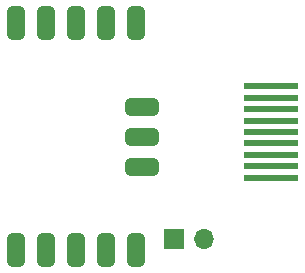
<source format=gbr>
%TF.GenerationSoftware,KiCad,Pcbnew,7.0.10*%
%TF.CreationDate,2024-02-18T21:52:23+13:00*%
%TF.ProjectId,dvi-sock,6476692d-736f-4636-9b2e-6b696361645f,rev?*%
%TF.SameCoordinates,Original*%
%TF.FileFunction,Soldermask,Bot*%
%TF.FilePolarity,Negative*%
%FSLAX46Y46*%
G04 Gerber Fmt 4.6, Leading zero omitted, Abs format (unit mm)*
G04 Created by KiCad (PCBNEW 7.0.10) date 2024-02-18 21:52:23*
%MOMM*%
%LPD*%
G01*
G04 APERTURE LIST*
G04 Aperture macros list*
%AMRoundRect*
0 Rectangle with rounded corners*
0 $1 Rounding radius*
0 $2 $3 $4 $5 $6 $7 $8 $9 X,Y pos of 4 corners*
0 Add a 4 corners polygon primitive as box body*
4,1,4,$2,$3,$4,$5,$6,$7,$8,$9,$2,$3,0*
0 Add four circle primitives for the rounded corners*
1,1,$1+$1,$2,$3*
1,1,$1+$1,$4,$5*
1,1,$1+$1,$6,$7*
1,1,$1+$1,$8,$9*
0 Add four rect primitives between the rounded corners*
20,1,$1+$1,$2,$3,$4,$5,0*
20,1,$1+$1,$4,$5,$6,$7,0*
20,1,$1+$1,$6,$7,$8,$9,0*
20,1,$1+$1,$8,$9,$2,$3,0*%
G04 Aperture macros list end*
%ADD10R,4.600000X0.530000*%
%ADD11R,1.700000X1.700000*%
%ADD12O,1.700000X1.700000*%
%ADD13RoundRect,0.381000X-0.381000X-1.019000X0.381000X-1.019000X0.381000X1.019000X-0.381000X1.019000X0*%
%ADD14C,0.700000*%
%ADD15RoundRect,0.381000X0.381000X1.019000X-0.381000X1.019000X-0.381000X-1.019000X0.381000X-1.019000X0*%
%ADD16RoundRect,0.381000X1.019000X-0.381000X1.019000X0.381000X-1.019000X0.381000X-1.019000X-0.381000X0*%
G04 APERTURE END LIST*
D10*
%TO.C,U1*%
X164426455Y-88494222D03*
X164426455Y-87524222D03*
X164426455Y-86554222D03*
X164426455Y-85584222D03*
X164426455Y-84614222D03*
X164426455Y-83644222D03*
X164426455Y-82674222D03*
X164426455Y-81704222D03*
X164426455Y-80734222D03*
%TD*%
D11*
%TO.C,J5*%
X156170212Y-93667214D03*
D12*
X158710212Y-93667214D03*
%TD*%
D13*
%TO.C,J1*%
X142840000Y-94600000D03*
D14*
X142840000Y-95500000D03*
D13*
X145380000Y-94600000D03*
D14*
X145380000Y-95500000D03*
D13*
X147920000Y-94600000D03*
D14*
X147920000Y-95500000D03*
D13*
X150460000Y-94600000D03*
D14*
X150460000Y-95500000D03*
D13*
X153000000Y-94600000D03*
D14*
X153000000Y-95500000D03*
%TD*%
D15*
%TO.C,J2*%
X153000000Y-75400000D03*
D14*
X153000000Y-74500000D03*
D15*
X150460000Y-75400000D03*
D14*
X150460000Y-74500000D03*
D15*
X147920000Y-75400000D03*
D14*
X147920000Y-74500000D03*
D15*
X145380000Y-75400000D03*
D14*
X145380000Y-74500000D03*
D15*
X142840000Y-75400000D03*
D14*
X142840000Y-74500000D03*
%TD*%
D16*
%TO.C,J3*%
X153500000Y-87540000D03*
D14*
X154400000Y-87540000D03*
D16*
X153500000Y-85000000D03*
D14*
X154400000Y-85000000D03*
D16*
X153500000Y-82460000D03*
D14*
X154400000Y-82460000D03*
%TD*%
M02*

</source>
